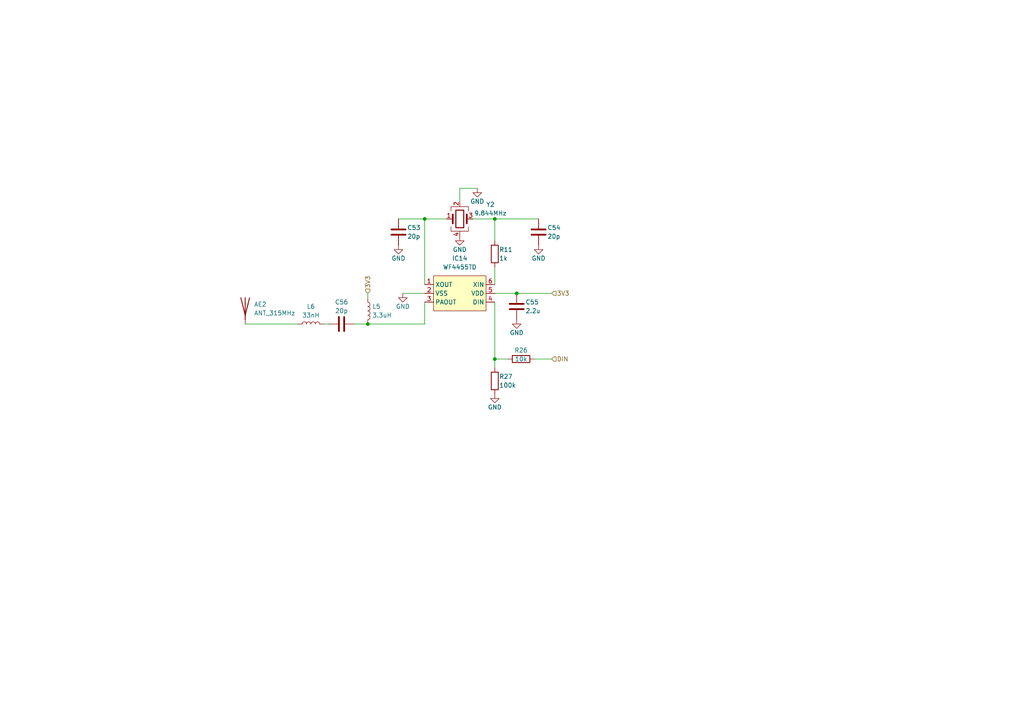
<source format=kicad_sch>
(kicad_sch (version 20230121) (generator eeschema)
  (paper "A4")
  (lib_symbols
    (symbol "Device:Antenna" (pin_numbers hide) (pin_names (offset 1.016) hide)
      (property "Reference" "AE" (at -1.905 1.905 0))
      (property "Value" "Antenna" (at -1.905 0 0))
      (symbol "Antenna_0_1"
        (polyline (pts (xy 0 2.54) (xy 0 -3.81)) (stroke (width 0.254)))
        (polyline (pts (xy 1.27 2.54) (xy 0 -2.54) (xy -1.27 2.54)) (stroke (width 0.254)))
      )
      (symbol "Antenna_1_1"
        (pin input line (at 0 -5.08 90) (length 2.54) (name "A") (number "1"))
      )
    )
    (symbol "Device:C" (pin_numbers hide) (pin_names (offset 0.254))
      (property "Reference" "C" (at 0.635 2.54 0))
      (property "Value" "C" (at 0.635 -2.54 0))
      (symbol "C_0_1"
        (polyline (pts (xy -2.032 -0.762) (xy 2.032 -0.762)) (stroke (width 0.508)))
        (polyline (pts (xy -2.032 0.762) (xy 2.032 0.762)) (stroke (width 0.508)))
      )
      (symbol "C_1_1"
        (pin passive line (at 0 3.81 270) (length 2.794) (name "~") (number "1"))
        (pin passive line (at 0 -3.81 90) (length 2.794) (name "~") (number "2"))
      )
    )
    (symbol "Device:Crystal_GND24" (pin_names (offset 1.016) hide)
      (property "Reference" "Y" (at 3.175 5.08 0))
      (property "Value" "Crystal_GND24" (at 3.175 3.175 0))
      (symbol "Crystal_GND24_0_1"
        (rectangle (start -1.143 2.54) (end 1.143 -2.54) (stroke (width 0.3048)))
        (polyline (pts (xy -2.54 0) (xy -2.032 0)))
        (polyline (pts (xy -2.032 -1.27) (xy -2.032 1.27)) (stroke (width 0.508)))
        (polyline (pts (xy 0 -3.81) (xy 0 -3.556)))
        (polyline (pts (xy 0 3.556) (xy 0 3.81)))
        (polyline (pts (xy 2.032 -1.27) (xy 2.032 1.27)) (stroke (width 0.508)))
        (polyline (pts (xy 2.032 0) (xy 2.54 0)))
        (polyline (pts (xy -2.54 -2.286) (xy -2.54 -3.556) (xy 2.54 -3.556) (xy 2.54 -2.286)))
        (polyline (pts (xy -2.54 2.286) (xy -2.54 3.556) (xy 2.54 3.556) (xy 2.54 2.286)))
      )
      (symbol "Crystal_GND24_1_1"
        (pin passive line (at -3.81 0 0) (length 1.27) (name "1") (number "1"))
        (pin passive line (at 0 5.08 270) (length 1.27) (name "2") (number "2"))
        (pin passive line (at 3.81 0 180) (length 1.27) (name "3") (number "3"))
        (pin passive line (at 0 -5.08 90) (length 1.27) (name "4") (number "4"))
      )
    )
    (symbol "Device:L" (pin_numbers hide) (pin_names (offset 1.016) hide)
      (property "Reference" "L" (at -1.27 0 90))
      (property "Value" "L" (at 1.905 0 90))
      (symbol "L_0_1"
        (arc (start 0 -2.54) (mid 0.6323 -1.905) (end 0 -1.27))
        (arc (start 0 -1.27) (mid 0.6323 -0.635) (end 0 0))
        (arc (start 0 0) (mid 0.6323 0.635) (end 0 1.27))
        (arc (start 0 1.27) (mid 0.6323 1.905) (end 0 2.54))
      )
      (symbol "L_1_1"
        (pin passive line (at 0 3.81 270) (length 1.27) (name "1") (number "1"))
        (pin passive line (at 0 -3.81 90) (length 1.27) (name "2") (number "2"))
      )
    )
    (symbol "Device:R" (pin_numbers hide) (pin_names (offset 0))
      (property "Reference" "R" (at 2.032 0 90))
      (property "Value" "R" (at 0 0 90))
      (symbol "R_0_1"
        (rectangle (start -1.016 -2.54) (end 1.016 2.54) (stroke (width 0.254)))
      )
      (symbol "R_1_1"
        (pin passive line (at 0 3.81 270) (length 1.27) (name "~") (number "1"))
        (pin passive line (at 0 -3.81 90) (length 1.27) (name "~") (number "2"))
      )
    )
    (symbol "Ikafly_lib:WF4455TD"
      (property "Reference" "IC" (at 0 8.89 0))
      (property "Value" "WF4455TD" (at 0 6.35 0))
      (symbol "WF4455TD_1_1"
        (rectangle (start -7.62 5.08) (end 7.62 -5.08) (fill (type background)))
        (pin input line (at -10.16 2.54 0) (length 2.54) (name "XOUT") (number "1"))
        (pin input line (at -10.16 0 0) (length 2.54) (name "VSS") (number "2"))
        (pin input line (at -10.16 -2.54 0) (length 2.54) (name "PAOUT") (number "3"))
        (pin input line (at 10.16 -2.54 180) (length 2.54) (name "DIN") (number "4"))
        (pin input line (at 10.16 0 180) (length 2.54) (name "VDD") (number "5"))
        (pin input line (at 10.16 2.54 180) (length 2.54) (name "XIN") (number "6"))
      )
    )
    (symbol "power:GND" (power) (pin_names (offset 0))
      (property "Value" "GND" (at 0 -3.81 0))
      (symbol "GND_0_1"
        (polyline (pts (xy 0 0) (xy 0 -1.27) (xy 1.27 -1.27) (xy 0 -2.54) (xy -1.27 -1.27) (xy 0 -1.27)))
      )
      (symbol "GND_1_1"
        (pin power_in line (at 0 0 270) (length 0) hide (name "GND") (number "1"))
      )
    )
  )
  (junction (at 123.19 63.5))
  (junction (at 149.86 85.09))
  (junction (at 143.51 63.5))
  (junction (at 106.68 93.98))
  (junction (at 143.51 104.14))
  (wire (pts (xy 102.87 93.98) (xy 106.68 93.98)))
  (wire (pts (xy 123.19 87.63) (xy 123.19 93.98)))
  (wire (pts (xy 138.43 54.61) (xy 133.35 54.61)))
  (wire (pts (xy 116.84 85.09) (xy 123.19 85.09)))
  (wire (pts (xy 160.02 104.14) (xy 154.94 104.14)))
  (wire (pts (xy 115.57 63.5) (xy 123.19 63.5)))
  (wire (pts (xy 106.68 85.09) (xy 106.68 86.36)))
  (wire (pts (xy 123.19 63.5) (xy 123.19 82.55)))
  (wire (pts (xy 143.51 63.5) (xy 143.51 69.85)))
  (wire (pts (xy 149.86 85.09) (xy 160.02 85.09)))
  (wire (pts (xy 143.51 106.68) (xy 143.51 104.14)))
  (wire (pts (xy 143.51 104.14) (xy 143.51 87.63)))
  (wire (pts (xy 143.51 63.5) (xy 156.21 63.5)))
  (wire (pts (xy 93.98 93.98) (xy 95.25 93.98)))
  (wire (pts (xy 133.35 54.61) (xy 133.35 58.42)))
  (wire (pts (xy 143.51 85.09) (xy 149.86 85.09)))
  (wire (pts (xy 129.54 63.5) (xy 123.19 63.5)))
  (wire (pts (xy 143.51 77.47) (xy 143.51 82.55)))
  (wire (pts (xy 147.32 104.14) (xy 143.51 104.14)))
  (wire (pts (xy 71.12 93.98) (xy 86.36 93.98)))
  (wire (pts (xy 137.16 63.5) (xy 143.51 63.5)))
  (wire (pts (xy 123.19 93.98) (xy 106.68 93.98)))
  (hierarchical_label "3V3" (shape input) (at 160.02 85.09 0))
  (hierarchical_label "DIN" (shape input) (at 160.02 104.14 0))
  (hierarchical_label "3V3" (shape input) (at 106.68 85.09 90))
  (symbol (lib_id "power:GND") (at 133.35 68.58 0) (unit 1)
    (property "Reference" "#PWR077" (effects hide))
    (property "Value" "GND" (at 133.35 72.39 0))
  )
  (symbol (lib_id "Device:R") (at 143.51 73.66 0) (unit 1)
    (property "Reference" "R11" (at 144.78 72.39 0) (effects (justify left)))
    (property "Value" "1k" (at 144.78 74.93 0) (effects (justify left)))
    (property "Footprint" "Resistor_SMD:R_0402_1005Metric" (effects hide))
  )
  (symbol (lib_id "Device:R") (at 151.13 104.14 90) (unit 1)
    (property "Reference" "R26" (at 151.13 101.6 90))
    (property "Value" "10k" (at 151.13 104.14 90))
    (property "Footprint" "Resistor_SMD:R_0402_1005Metric" (effects hide))
  )
  (symbol (lib_id "Device:L") (at 106.68 90.17 0) (unit 1)
    (property "Reference" "L5" (at 107.95 88.9 0) (effects (justify left)))
    (property "Value" "3.3uH" (at 107.95 91.44 0) (effects (justify left)))
    (property "Footprint" "Inductor_SMD:L_0603_1608Metric" (effects hide))
    (property "Datasheet" "https://www.lcsc.com/datasheet/lcsc_datasheet_2305191017_HYHONGYEX-EBLS1608-3R3K_C963792.pdf" (effects hide))
    (property "LCSC" "C963792" (effects hide))
  )
  (symbol (lib_id "power:GND") (at 138.43 54.61 0) (unit 1)
    (property "Reference" "#PWR079" (effects hide))
    (property "Value" "GND" (at 138.43 58.42 0))
  )
  (symbol (lib_id "Device:C") (at 156.21 67.31 0) (unit 1)
    (property "Reference" "C54" (at 158.75 66.04 0) (effects (justify left)))
    (property "Value" "20p" (at 158.75 68.58 0) (effects (justify left)))
    (property "Footprint" "Capacitor_SMD:C_0402_1005Metric" (effects hide))
  )
  (symbol (lib_id "Device:R") (at 143.51 110.49 0) (unit 1)
    (property "Reference" "R27" (at 144.78 109.22 0) (effects (justify left)))
    (property "Value" "100k" (at 144.78 111.76 0) (effects (justify left)))
    (property "Footprint" "Resistor_SMD:R_0402_1005Metric" (effects hide))
  )
  (symbol (lib_id "power:GND") (at 149.86 92.71 0) (unit 1)
    (property "Reference" "#PWR081" (effects hide))
    (property "Value" "GND" (at 149.86 96.52 0))
  )
  (symbol (lib_id "power:GND") (at 143.51 114.3 0) (unit 1)
    (property "Reference" "#PWR082" (effects hide))
    (property "Value" "GND" (at 143.51 118.11 0))
  )
  (symbol (lib_id "Device:C") (at 115.57 67.31 0) (unit 1)
    (property "Reference" "C53" (at 118.11 66.04 0) (effects (justify left)))
    (property "Value" "20p" (at 118.11 68.58 0) (effects (justify left)))
    (property "Footprint" "Capacitor_SMD:C_0402_1005Metric" (effects hide))
  )
  (symbol (lib_id "power:GND") (at 156.21 71.12 0) (unit 1)
    (property "Reference" "#PWR076" (effects hide))
    (property "Value" "GND" (at 156.21 74.93 0))
  )
  (symbol (lib_id "Device:L") (at 90.17 93.98 90) (unit 1)
    (property "Reference" "L6" (at 90.17 88.9 90))
    (property "Value" "33nH" (at 90.17 91.44 90))
    (property "Footprint" "Inductor_SMD:L_0402_1005Metric" (effects hide))
    (property "LCSC" "C32837" (effects hide))
  )
  (symbol (lib_id "Device:Crystal_GND24") (at 133.35 63.5 0) (unit 1)
    (property "Reference" "Y2" (at 142.24 59.3091 0))
    (property "Value" "9.844MHz" (at 142.24 61.8491 0))
    (property "Footprint" "Crystal:Crystal_SMD_3225-4Pin_3.2x2.5mm" (effects hide))
  )
  (symbol (lib_id "Device:C") (at 99.06 93.98 90) (unit 1)
    (property "Reference" "C56" (at 99.06 87.63 90))
    (property "Value" "20p" (at 99.06 90.17 90))
    (property "Footprint" "Capacitor_SMD:C_0402_1005Metric" (effects hide))
  )
  (symbol (lib_id "Device:Antenna") (at 71.12 88.9 0) (unit 1)
    (property "Reference" "AE2" (at 73.66 88.265 0) (effects (justify left)))
    (property "Value" "ANT_315MHz" (at 73.66 90.805 0) (effects (justify left)))
    (property "Footprint" "Connector_Pin:Pin_D1.0mm_L10.0mm" (effects hide))
  )
  (symbol (lib_id "power:GND") (at 115.57 71.12 0) (unit 1)
    (property "Reference" "#PWR078" (effects hide))
    (property "Value" "GND" (at 115.57 74.93 0))
  )
  (symbol (lib_id "Ikafly_lib:WF4455TD") (at 133.35 85.09 0) (unit 1)
    (property "Reference" "IC14" (at 133.35 74.93 0))
    (property "Value" "WF4455TD" (at 133.35 77.47 0))
    (property "Footprint" "Package_TO_SOT_SMD:SOT-23-6" (effects hide))
  )
  (symbol (lib_id "power:GND") (at 116.84 85.09 0) (unit 1)
    (property "Reference" "#PWR080" (effects hide))
    (property "Value" "GND" (at 116.84 88.9 0))
  )
  (symbol (lib_id "Device:C") (at 149.86 88.9 0) (unit 1)
    (property "Reference" "C55" (at 152.4 87.63 0) (effects (justify left)))
    (property "Value" "2.2u" (at 152.4 90.17 0) (effects (justify left)))
    (property "Footprint" "Capacitor_SMD:C_0402_1005Metric" (effects hide))
  )
)
</source>
